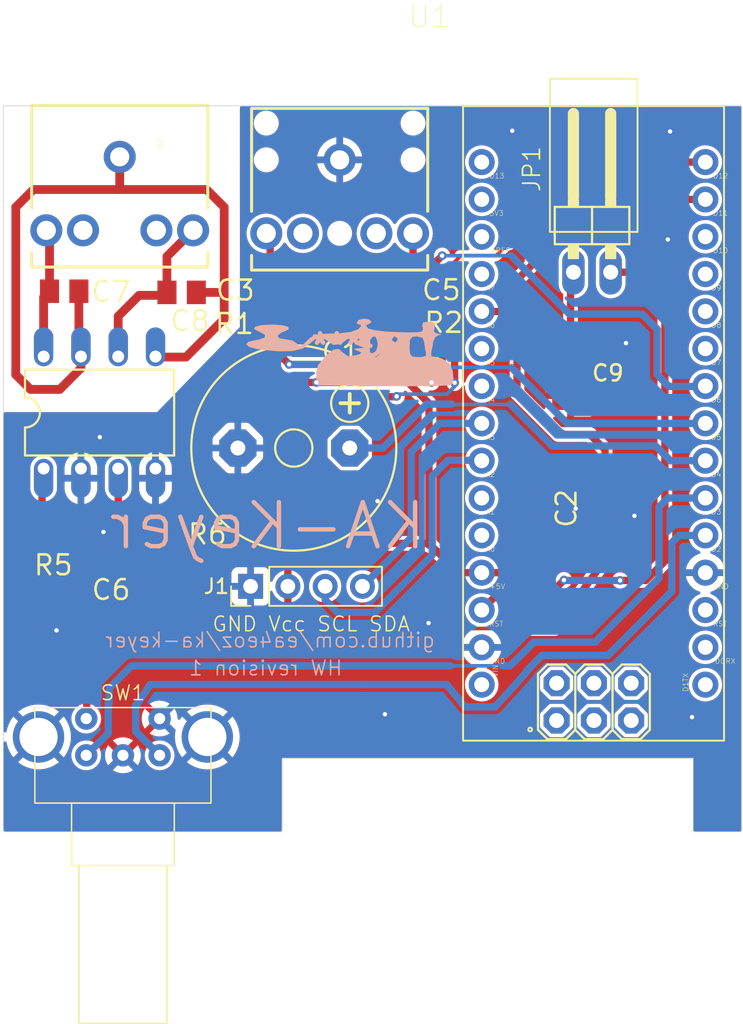
<source format=kicad_pcb>
(kicad_pcb (version 20240108) (generator "pcbnew") (generator_version "8.0")
  (layers (0 "F.Cu" signal) (31 "B.Cu" signal) (34 "B.Paste" user) (35 "F.Paste" user) (36 "B.SilkS" user "B.Silkscreen") (37 "F.SilkS" user "F.Silkscreen") (38 "B.Mask" user) (39 "F.Mask" user) (44 "Edge.Cuts" user))
  (net 0 "")
  (net 1 "Net-(J1-Pin_2)")
  (net 2 "Net-(U1-LEFT)")
  (net 3 "Net-(U1-RIGHT)")
  (net 4 "Net-(OK1A-EMIT)")
  (net 5 "Net-(OK1A-COL)")
  (net 6 "GND")
  (net 7 "Net-(OK1B-COL)")
  (net 8 "Net-(C9-Pad+)")
  (net 9 "Net-(J1-Pin_4)")
  (net 10 "Net-(J1-Pin_3)")
  (net 11 "Net-(JP1-Pad2)")
  (net 12 "Net-(OK1B-A)")
  (net 13 "Net-(OK1A-A)")
  (net 14 "Net-(PCB1-PadA1)")
  (net 20 "Net-(PCB1-PadD11)")
  (net 27 "Net-(SG1-1)")
  (net 35 "Net-(PCB1-PadD12)")
  (net 40 "Net-(PCB1-PadD3)")
  (net 41 "Net-(PCB1-PadD2)")
  (footprint "open_cw_keyer_mk2_v30:DIL08" (layer "F.Cu") (at 129.9091 101.1762)
    (property "Reference" "OK1" (hide yes))
    (property "Value" "TLP627" (hide yes))
    (pad "1" thru_hole oval (at -3.81 3.81 270) (size 2.6416 1.3208) (drill 0.8128 (offset 0.6604 0)) (layers "*.Cu" "*.Mask") (net 13 "Net-(OK1A-A)"))
    (pad "2" thru_hole oval (at -1.27 3.81 270) (size 2.6416 1.3208) (drill 0.8128 (offset 0.6604 0)) (layers "*.Cu" "*.Mask") (net 6 "GND"))
    (pad "3" thru_hole oval (at 1.27 3.81 270) (size 2.6416 1.3208) (drill 0.8128 (offset 0.6604 0)) (layers "*.Cu" "*.Mask") (net 12 "Net-(OK1B-A)"))
    (pad "4" thru_hole oval (at 3.81 3.81 270) (size 2.6416 1.3208) (drill 0.8128 (offset 0.6604 0)) (layers "*.Cu" "*.Mask") (net 6 "GND"))
    (pad "5" thru_hole oval (at 3.81 -3.81 90) (size 2.6416 1.3208) (drill 0.8128 (offset 0.6604 0)) (layers "*.Cu" "*.Mask") (net 4 "Net-(OK1A-EMIT)"))
    (pad "6" thru_hole oval (at 1.27 -3.81 90) (size 2.6416 1.3208) (drill 0.8128 (offset 0.6604 0)) (layers "*.Cu" "*.Mask") (net 7 "Net-(OK1B-COL)"))
    (pad "7" thru_hole oval (at -1.27 -3.81 90) (size 2.6416 1.3208) (drill 0.8128 (offset 0.6604 0)) (layers "*.Cu" "*.Mask") (net 4 "Net-(OK1A-EMIT)"))
    (pad "8" thru_hole oval (at -3.81 -3.81 90) (size 2.6416 1.3208) (drill 0.8128 (offset 0.6604 0)) (layers "*.Cu" "*.Mask") (net 5 "Net-(OK1A-COL)"))
  )
  (footprint "open_cw_keyer_mk2_v30:C0805K" (layer "F.Cu") (at 135.5 93 180)
    (property "Reference" "C8" (at 0.875 -2.75 0) (layer "F.SilkS") (effects (font (size 1.383792 1.383792) (thickness 0.140208)) (justify left bottom)))
    (property "Value" "C-EUC0805K" (hide yes))
    (pad "1" smd rect (at -1 0 180) (size 1.3 1.6) (layers "F.Cu" "F.Paste" "F.Mask") (net 4 "Net-(OK1A-EMIT)"))
    (pad "2" smd rect (at 1 0 180) (size 1.3 1.6) (layers "F.Cu" "F.Paste" "F.Mask") (net 7 "Net-(OK1B-COL)"))
  )
  (footprint "open_cw_keyer_mk2_v30:B_3528-21R" (layer "F.Cu") (at 162 98.5 90)
    (property "Reference" "C9" (at 0.65 3.725 0) (layer "F.SilkS") (effects (font (size 1.09474 1.09474) (thickness 0.17526)) (justify right top)))
    (property "Value" "CPOL-EUB/3528-21R" (hide yes))
    (pad "+" smd rect (at 1.525 0 90) (size 1.95 2.5) (layers "F.Cu" "F.Paste" "F.Mask") (net 8 "Net-(C9-Pad+)"))
    (pad "-" smd rect (at -1.525 0 90) (size 1.95 2.5) (layers "F.Cu" "F.Paste" "F.Mask") (net 6 "GND"))
  )
  (footprint "open_cw_keyer_mk2_v30:C0805" (layer "F.Cu") (at 159.8511 107.6536 90)
    (property "Reference" "C2" (at -1.475 2.65 90) (layer "F.SilkS") (effects (font (size 1.34874 1.34874) (thickness 0.17526)) (justify left bottom)))
    (property "Value" "C-EUC0805" (hide yes))
    (pad "1" smd rect (at -0.95 0 90) (size 1.3 1.5) (layers "F.Cu" "F.Paste" "F.Mask") (net 1 "Net-(J1-Pin_2)"))
    (pad "2" smd rect (at 0.95 0 90) (size 1.3 1.5) (layers "F.Cu" "F.Paste" "F.Mask") (net 6 "GND"))
  )
  (footprint "open_cw_keyer_mk2_v30:1X02_90" (layer "F.Cu") (at 163.4625 87.8158)
    (property "Reference" "JP1" (at -3.4375 -1.5658 90) (layer "F.SilkS") (effects (font (size 1.1557 1.1557) (thickness 0.1143)) (justify left bottom)))
    (property "Value" "PINHD-1X2/90" (hide yes))
    (pad "1" thru_hole oval (at -1.27 3.81 90) (size 3.048 1.524) (drill 1.016) (layers "*.Cu" "*.Mask") (net 8 "Net-(C9-Pad+)"))
    (pad "2" thru_hole oval (at 1.27 3.81 90) (size 3.048 1.524) (drill 1.016) (layers "*.Cu" "*.Mask") (net 11 "Net-(JP1-Pad2)"))
  )
  (footprint "open_cw_keyer_mk2_v30:C0805" (layer "F.Cu") (at 149.9751 92.7688 180)
    (property "Reference" "C5" (at -4.6499 0.7188 0) (layer "F.SilkS") (effects (font (size 1.34874 1.34874) (thickness 0.17526)) (justify right top)))
    (property "Value" "C-EUC0805" (hide yes))
    (pad "1" smd rect (at -0.95 0 180) (size 1.3 1.5) (layers "F.Cu" "F.Paste" "F.Mask") (net 3 "Net-(U1-RIGHT)"))
    (pad "2" smd rect (at 0.95 0 180) (size 1.3 1.5) (layers "F.Cu" "F.Paste" "F.Mask") (net 6 "GND"))
  )
  (footprint "open_cw_keyer_mk2_v30:M0805" (layer "F.Cu") (at 126.9373 109.2788)
    (property "Reference" "R5" (at -1.6123 3.0712 180) (layer "F.SilkS") (effects (font (size 1.34874 1.34874) (thickness 0.17526)) (justify left bottom)))
    (property "Value" "R-EU_M0805" (hide yes))
    (pad "1" smd rect (at -0.95 0) (size 1.3 1.6) (layers "F.Cu" "F.Paste" "F.Mask") (net 13 "Net-(OK1A-A)"))
    (pad "2" smd rect (at 0.95 0) (size 1.3 1.6) (layers "F.Cu" "F.Paste" "F.Mask") (net 20 "Net-(PCB1-PadD11)"))
  )
  (footprint "open_cw_keyer_mk2_v30:AUDIO-JACK" (layer "F.Cu") (at 146.2667 83.9804 -90)
    (property "Reference" "U1" (at -10.5991 -7.6283 0) (layer "F.SilkS") (effects (font (size 1.467917 1.467917) (thickness 0.056083)) (justify right top)))
    (property "Value" "AUDIO-JACKPTH" (hide yes))
    (pad "" np_thru_hole circle (at -2.5 -5 270) (size 1.2 1.2) (drill 1.2) (layers "*.Cu" "*.Mask"))
    (pad "" np_thru_hole circle (at -2.5 5 270) (size 1.2 1.2) (drill 1.2) (layers "*.Cu" "*.Mask"))
    (pad "" np_thru_hole circle (at 0 -5 270) (size 1.2 1.2) (drill 1.2) (layers "*.Cu" "*.Mask"))
    (pad "" np_thru_hole circle (at 0 5 270) (size 1.2 1.2) (drill 1.2) (layers "*.Cu" "*.Mask"))
    (pad "" np_thru_hole circle (at 5 0 270) (size 1.2 1.2) (drill 1.2) (layers "*.Cu" "*.Mask"))
    (pad "RING" thru_hole circle (at 5 -5 270) (size 2.1844 2.1844) (drill 1.3) (layers "*.Cu" "*.Mask") (net 3 "Net-(U1-RIGHT)"))
    (pad "RSH" thru_hole circle (at 5 -2.5 270) (size 2.1844 2.1844) (drill 1.3) (layers "*.Cu" "*.Mask"))
    (pad "SLEEVE" thru_hole circle (at 0 0 270) (size 2.1844 2.1844) (drill 1.3) (layers "*.Cu" "*.Mask") (net 6 "GND"))
    (pad "TIP" thru_hole circle (at 5 5 270) (size 2.1844 2.1844) (drill 1.3) (layers "*.Cu" "*.Mask") (net 2 "Net-(U1-LEFT)"))
    (pad "TSH" thru_hole circle (at 5 2.5 270) (size 2.1844 2.1844) (drill 1.3) (layers "*.Cu" "*.Mask"))
  )
  (footprint "open_cw_keyer_mk2_v30:AUDIO-JACK" (layer "F.Cu") (at 131.2807 83.7772 -90)
    (property "Reference" "U2" (at -1.27 -2.54 90) (layer "F.SilkS") (effects (font (size 0.376489 0.376489) (thickness 0.029911)) (justify right top)))
    (property "Value" "AUDIO-JACKPTH" (hide yes))
    (pad "" np_thru_hole circle (at -2.5 -5 270) (size 1.2 1.2) (drill 1.2) (layers "*.Cu" "*.Mask"))
    (pad "" np_thru_hole circle (at -2.5 5 270) (size 1.2 1.2) (drill 1.2) (layers "*.Cu" "*.Mask"))
    (pad "" np_thru_hole circle (at 0 -5 270) (size 1.2 1.2) (drill 1.2) (layers "*.Cu" "*.Mask"))
    (pad "" np_thru_hole circle (at 0 5 270) (size 1.2 1.2) (drill 1.2) (layers "*.Cu" "*.Mask"))
    (pad "" np_thru_hole circle (at 5 0 270) (size 1.2 1.2) (drill 1.2) (layers "*.Cu" "*.Mask"))
    (pad "RING" thru_hole circle (at 5 -5 270) (size 2.1844 2.1844) (drill 1.3) (layers "*.Cu" "*.Mask") (net 7 "Net-(OK1B-COL)"))
    (pad "RSH" thru_hole circle (at 5 -2.5 270) (size 2.1844 2.1844) (drill 1.3) (layers "*.Cu" "*.Mask"))
    (pad "SLEEVE" thru_hole circle (at 0 0 270) (size 2.1844 2.1844) (drill 1.3) (layers "*.Cu" "*.Mask") (net 4 "Net-(OK1A-EMIT)"))
    (pad "TIP" thru_hole circle (at 5 5 270) (size 2.1844 2.1844) (drill 1.3) (layers "*.Cu" "*.Mask") (net 5 "Net-(OK1A-COL)"))
    (pad "TSH" thru_hole circle (at 5 2.5 270) (size 2.1844 2.1844) (drill 1.3) (layers "*.Cu" "*.Mask"))
  )
  (footprint "open_cw_keyer_mk2_v30:C0805" (layer "F.Cu") (at 134.875 113.15 180)
    (property "Reference" "C6" (at 2.75 0.7 180) (layer "F.SilkS") (effects (font (size 1.34874 1.34874) (thickness 0.17526)) (justify right top)))
    (property "Value" "C-EUC0805" (hide yes))
    (pad "1" smd rect (at -0.95 0 180) (size 1.3 1.5) (layers "F.Cu" "F.Paste" "F.Mask") (net 1 "Net-(J1-Pin_2)"))
    (pad "2" smd rect (at 0.95 0 180) (size 1.3 1.5) (layers "F.Cu" "F.Paste" "F.Mask") (net 6 "GND"))
  )
  (footprint "open_cw_keyer_mk2_v30:F_CM12P" (layer "F.Cu") (at 143.1425 103.5892)
    (property "Reference" "SG1" (hide yes))
    (property "Value" "BUZZER")
    (pad "+" thru_hole roundrect (at 3.81 0) (size 2.54 2.54) (drill 1.016) (layers "*.Cu" "*.Mask") (chamfer_ratio 0.2928932188) (chamfer top_left top_right bottom_left bottom_right) (net 27 "Net-(SG1-1)"))
    (pad "-" thru_hole roundrect (at -3.81 0) (size 2.54 2.54) (drill 1.016) (layers "*.Cu" "*.Mask") (chamfer_ratio 0.2928932188) (chamfer top_left top_right bottom_left bottom_right) (net 6 "GND"))
  )
  (footprint "open_cw_keyer_mk2_v30:C0805K" (layer "F.Cu") (at 127.5 92.9212 180)
    (property "Reference" "C7" (at -4.625 0.7712 0) (layer "F.SilkS") (effects (font (size 1.383792 1.383792) (thickness 0.140208)) (justify right top)))
    (property "Value" "C-EUC0805K" (hide yes))
    (pad "1" smd rect (at -1 0 180) (size 1.3 1.6) (layers "F.Cu" "F.Paste" "F.Mask") (net 4 "Net-(OK1A-EMIT)"))
    (pad "2" smd rect (at 1 0 180) (size 1.3 1.6) (layers "F.Cu" "F.Paste" "F.Mask") (net 5 "Net-(OK1A-COL)"))
  )
  (footprint "open_cw_keyer_mk2_v30:M0805" (layer "F.Cu") (at 149.9497 95 180)
    (property "Reference" "R2" (at -1.9753 -0.85 180) (layer "F.SilkS") (effects (font (size 1.34874 1.34874) (thickness 0.17526)) (justify left bottom)))
    (property "Value" "R-EU_M0805" (hide yes))
    (pad "1" smd rect (at -0.95 0 180) (size 1.3 1.6) (layers "F.Cu" "F.Paste" "F.Mask") (net 3 "Net-(U1-RIGHT)"))
    (pad "2" smd rect (at 0.95 0 180) (size 1.3 1.6) (layers "F.Cu" "F.Paste" "F.Mask") (net 1 "Net-(J1-Pin_2)"))
  )
  (footprint "open_cw_keyer_mk2_v30:ARDUINO_NANO" (layer "F.Cu") (at 154.6741 80.3228 -90)
    (property "Reference" "PCB1" (hide yes))
    (property "Value" "ARDUINO_NANO" (hide yes))
    (fp_text user "A6" (at 15.113 -1.524 180) (layer "F.SilkS") (effects (font (size 0.35052 0.35052) (thickness 0.03048)) (justify left bottom)))
    (fp_text user "RST" (at 35.433 -1.778 180) (layer "F.SilkS") (effects (font (size 0.35052 0.35052) (thickness 0.03048)) (justify left bottom)))
    (fp_text user "D10" (at 10.033 -17.018 180) (layer "F.SilkS") (effects (font (size 0.35052 0.35052) (thickness 0.03048)) (justify left bottom)))
    (fp_text user "D5" (at 22.733 -16.891 180) (layer "F.SilkS") (effects (font (size 0.35052 0.35052) (thickness 0.03048)) (justify left bottom)))
    (fp_text user "+5V" (at 32.893 -1.778 180) (layer "F.SilkS") (effects (font (size 0.35052 0.35052) (thickness 0.03048)) (justify left bottom)))
    (fp_text user "3V3" (at 7.493 -1.778 180) (layer "F.SilkS") (effects (font (size 0.35052 0.35052) (thickness 0.03048)) (justify left bottom)))
    (fp_text user "A3" (at 22.733 -1.524 180) (layer "F.SilkS") (effects (font (size 0.35052 0.35052) (thickness 0.03048)) (justify left bottom)))
    (fp_text user "GND" (at 32.893 -17.018 180) (layer "F.SilkS") (effects (font (size 0.35052 0.35052) (thickness 0.03048)) (justify left bottom)))
    (fp_text user "A5" (at 17.653 -1.524 180) (layer "F.SilkS") (effects (font (size 0.35052 0.35052) (thickness 0.03048)) (justify left bottom)))
    (fp_text user "GND" (at 37.973 -1.778 180) (layer "F.SilkS") (effects (font (size 0.35052 0.35052) (thickness 0.03048)) (justify left bottom)))
    (fp_text user "D12" (at 4.953 -17.018 180) (layer "F.SilkS") (effects (font (size 0.35052 0.35052) (thickness 0.03048)) (justify left bottom)))
    (fp_text user "D6" (at 20.193 -16.891 180) (layer "F.SilkS") (effects (font (size 0.35052 0.35052) (thickness 0.03048)) (justify left bottom)))
    (fp_text user "VIN" (at 38.862 -2.413 -90) (layer "F.SilkS") (effects (font (size 0.35052 0.35052) (thickness 0.03048)) (justify left bottom)))
    (fp_text user "A2" (at 25.273 -1.524 180) (layer "F.SilkS") (effects (font (size 0.35052 0.35052) (thickness 0.03048)) (justify left bottom)))
    (fp_text user "A4" (at 20.193 -1.524 180) (layer "F.SilkS") (effects (font (size 0.35052 0.35052) (thickness 0.03048)) (justify left bottom)))
    (fp_text user "DORX" (at 37.973 -17.145 180) (layer "F.SilkS") (effects (font (size 0.35052 0.35052) (thickness 0.03048)) (justify left bottom)))
    (fp_text user "D1TX" (at 39.878 -15.367 90) (layer "F.SilkS") (effects (font (size 0.35052 0.35052) (thickness 0.03048)) (justify left bottom)))
    (fp_text user "D8" (at 15.113 -16.891 180) (layer "F.SilkS") (effects (font (size 0.35052 0.35052) (thickness 0.03048)) (justify left bottom)))
    (fp_text user "A1" (at 27.813 -1.524 180) (layer "F.SilkS") (effects (font (size 0.35052 0.35052) (thickness 0.03048)) (justify left bottom)))
    (fp_text user "RST" (at 35.433 -17.018 180) (layer "F.SilkS") (effects (font (size 0.35052 0.35052) (thickness 0.03048)) (justify left bottom)))
    (fp_text user "D4" (at 25.273 -16.891 180) (layer "F.SilkS") (effects (font (size 0.35052 0.35052) (thickness 0.03048)) (justify left bottom)))
    (fp_text user "D2" (at 30.353 -16.891 180) (layer "F.SilkS") (effects (font (size 0.35052 0.35052) (thickness 0.03048)) (justify left bottom)))
    (fp_text user "D7" (at 17.653 -16.891 180) (layer "F.SilkS") (effects (font (size 0.35052 0.35052) (thickness 0.03048)) (justify left bottom)))
    (fp_text user "AREF" (at 10.033 -1.905 180) (layer "F.SilkS") (effects (font (size 0.35052 0.35052) (thickness 0.03048)) (justify left bottom)))
    (fp_text user "D11" (at 7.493 -17.018 180) (layer "F.SilkS") (effects (font (size 0.35052 0.35052) (thickness 0.03048)) (justify left bottom)))
    (fp_text user "D3" (at 27.813 -16.891 180) (layer "F.SilkS") (effects (font (size 0.35052 0.35052) (thickness 0.03048)) (justify left bottom)))
    (fp_text user "D9" (at 12.573 -16.891 180) (layer "F.SilkS") (effects (font (size 0.35052 0.35052) (thickness 0.03048)) (justify left bottom)))
    (fp_text user "A7" (at 12.573 -1.524 180) (layer "F.SilkS") (effects (font (size 0.35052 0.35052) (thickness 0.03048)) (justify left bottom)))
    (fp_text user "D13" (at 4.953 -1.778 180) (layer "F.SilkS") (effects (font (size 0.35052 0.35052) (thickness 0.03048)) (justify left bottom)))
    (fp_text user "A0" (at 30.353 -1.524 180) (layer "F.SilkS") (effects (font (size 0.35052 0.35052) (thickness 0.03048)) (justify left bottom)))
    (pad "3V3" thru_hole circle (at 6.35 -1.27) (size 1.778 1.778) (drill 1.016) (layers "*.Cu" "*.Mask"))
    (pad "5V" thru_hole circle (at 31.75 -1.27) (size 1.778 1.778) (drill 1.016) (layers "*.Cu" "*.Mask") (net 1 "Net-(J1-Pin_2)"))
    (pad "5V." thru_hole roundrect (at 39.2684 -6.3754 180) (size 1.778 1.778) (drill 1.016) (layers "*.Cu" "*.Mask") (chamfer_ratio 0.2928932188) (chamfer top_left top_right bottom_left bottom_right))
    (pad "A0" thru_hole circle (at 11.43 -1.27) (size 1.778 1.778) (drill 1.016) (layers "*.Cu" "*.Mask"))
    (pad "A1" thru_hole circle (at 13.97 -1.27) (size 1.778 1.778) (drill 1.016) (layers "*.Cu" "*.Mask") (net 14 "Net-(PCB1-PadA1)"))
    (pad "A2" thru_hole circle (at 16.51 -1.27) (size 1.778 1.778) (drill 1.016) (layers "*.Cu" "*.Mask"))
    (pad "A3" thru_hole circle (at 19.05 -1.27) (size 1.778 1.778) (drill 1.016) (layers "*.Cu" "*.Mask"))
    (pad "A4" thru_hole circle (at 21.59 -1.27) (size 1.778 1.778) (drill 1.016) (layers "*.Cu" "*.Mask") (net 9 "Net-(J1-Pin_4)"))
    (pad "A5" thru_hole circle (at 24.13 -1.27) (size 1.778 1.778) (drill 1.016) (layers "*.Cu" "*.Mask") (net 10 "Net-(J1-Pin_3)"))
    (pad "A6" thru_hole circle (at 26.67 -1.27) (size 1.778 1.778) (drill 1.016) (layers "*.Cu" "*.Mask"))
    (pad "A7" thru_hole circle (at 29.21 -1.27) (size 1.778 1.778) (drill 1.016) (layers "*.Cu" "*.Mask"))
    (pad "D2" thru_hole circle (at 29.21 -16.51) (size 1.778 1.778) (drill 1.016) (layers "*.Cu" "*.Mask") (net 41 "Net-(PCB1-PadD2)"))
    (pad "D3" thru_hole circle (at 26.67 -16.51) (size 1.778 1.778) (drill 1.016) (layers "*.Cu" "*.Mask") (net 40 "Net-(PCB1-PadD3)"))
    (pad "D4" thru_hole circle (at 24.13 -16.51) (size 1.778 1.778) (drill 1.016) (layers "*.Cu" "*.Mask") (net 27 "Net-(SG1-1)"))
    (pad "D5" thru_hole circle (at 21.59 -16.51) (size 1.778 1.778) (drill 1.016) (layers "*.Cu" "*.Mask") (net 2 "Net-(U1-LEFT)"))
    (pad "D6" thru_hole circle (at 19.05 -16.51) (size 1.778 1.778) (drill 1.016) (layers "*.Cu" "*.Mask") (net 3 "Net-(U1-RIGHT)"))
    (pad "D7" thru_hole circle (at 16.51 -16.51) (size 1.778 1.778) (drill 1.016) (layers "*.Cu" "*.Mask"))
    (pad "D8" thru_hole circle (at 13.97 -16.51) (size 1.778 1.778) (drill 1.016) (layers "*.Cu" "*.Mask"))
    (pad "D9" thru_hole circle (at 11.43 -16.51) (size 1.778 1.778) (drill 1.016) (layers "*.Cu" "*.Mask"))
    (pad "D10" thru_hole circle (at 8.89 -16.51) (size 1.778 1.778) (drill 1.016) (layers "*.Cu" "*.Mask"))
    (pad "D11" thru_hole circle (at 6.35 -16.51) (size 1.778 1.778) (drill 1.016) (layers "*.Cu" "*.Mask") (net 20 "Net-(PCB1-PadD11)"))
    (pad "D12" thru_hole circle (at 3.81 -16.51) (size 1.778 1.778) (drill 1.016) (layers "*.Cu" "*.Mask") (net 35 "Net-(PCB1-PadD12)"))
    (pad "D13" thru_hole circle (at 3.81 -1.27) (size 1.778 1.778) (drill 1.016) (layers "*.Cu" "*.Mask"))
    (pad "GND" thru_hole circle (at 31.75 -16.51) (size 1.778 1.778) (drill 1.016) (layers "*.Cu" "*.Mask") (net 6 "GND"))
    (pad "GND." thru_hole circle (at 36.83 -1.27) (size 1.778 1.778) (drill 1.016) (layers "*.Cu" "*.Mask") (net 6 "GND"))
    (pad "GND_" thru_hole roundrect (at 39.2684 -11.4554 180) (size 1.778 1.778) (drill 1.016) (layers "*.Cu" "*.Mask") (chamfer_ratio 0.2928932188) (chamfer top_left top_right bottom_left bottom_right))
    (pad "MISO" thru_hole roundrect (at 41.8084 -6.3754 180) (size 1.778 1.778) (drill 1.016) (layers "*.Cu" "*.Mask") (chamfer_ratio 0.2928932188) (chamfer top_left top_right bottom_left bottom_right))
    (pad "MOSI" thru_hole roundrect (at 39.2684 -8.9154 180) (size 1.778 1.778) (drill 1.016) (layers "*.Cu" "*.Mask") (chamfer_ratio 0.2928932188) (chamfer top_left top_right bottom_left bottom_right))
    (pad "REF" thru_hole circle (at 8.89 -1.27) (size 1.778 1.778) (drill 1.016) (layers "*.Cu" "*.Mask"))
    (pad "RESET.." thru_hole roundrect (at 41.8084 -11.4554 180) (size 1.778 1.778) (drill 1.016) (layers "*.Cu" "*.Mask") (chamfer_ratio 0.2928932188) (chamfer top_left top_right bottom_left bottom_right))
    (pad "RST" thru_hole circle (at 34.29 -16.51) (size 1.778 1.778) (drill 1.016) (layers "*.Cu" "*.Mask"))
    (pad "RST." thru_hole circle (at 34.29 -1.27) (size 1.778 1.778) (drill 1.016) (layers "*.Cu" "*.Mask") (net 11 "Net-(JP1-Pad2)"))
    (pad "RX1" thru_hole circle (at 36.83 -16.51) (size 1.778 1.778) (drill 1.016) (layers "*.Cu" "*.Mask"))
    (pad "SCK" thru_hole roundrect (at 41.8084 -8.9154 180) (size 1.778 1.778) (drill 1.016) (layers "*.Cu" "*.Mask") (chamfer_ratio 0.2928932188) (chamfer top_left top_right bottom_left bottom_right))
    (pad "TX1" thru_hole circle (at 39.37 -16.51) (size 1.778 1.778) (drill 1.016) (layers "*.Cu" "*.Mask"))
    (pad "VIN" thru_hole circle (at 39.37 -1.27) (size 1.778 1.778) (drill 1.016) (layers "*.Cu" "*.Mask"))
  )
  (footprint "open_cw_keyer_mk2_v30:M0805" (layer "F.Cu") (at 133.5 109.355)
    (property "Reference" "R6" (at 2.325 0.895 180) (layer "F.SilkS") (effects (font (size 1.34874 1.34874) (thickness 0.17526)) (justify left bottom)))
    (property "Value" "R-EU_M0805" (hide yes))
    (pad "1" smd rect (at -0.95 0) (size 1.3 1.6) (layers "F.Cu" "F.Paste" "F.Mask") (net 12 "Net-(OK1B-A)"))
    (pad "2" smd rect (at 0.95 0) (size 1.3 1.6) (layers "F.Cu" "F.Paste" "F.Mask") (net 35 "Net-(PCB1-PadD12)"))
  )
  (footprint "Aliexpress:Aliexpress horizontal encoder" (layer "F.Cu") (at 129 124.5)
    (property "Reference" "SW1" (at 2.5 -4.25 0) (layer "F.SilkS") (effects (font (thickness 0.1))))
    (property "Value" "RotaryEncoder_Switch_MP" (hide yes))
    (pad "A" thru_hole circle (at 0 0) (size 1.524 1.524) (drill 0.762) (layers "*.Cu" "*.Mask") (net 40 "Net-(PCB1-PadD3)"))
    (pad "B" thru_hole circle (at 5 0) (size 1.524 1.524) (drill 0.762) (layers "*.Cu" "*.Mask") (net 41 "Net-(PCB1-PadD2)"))
    (pad "C" thru_hole circle (at 2.5 0) (size 1.524 1.524) (drill 0.762) (layers "*.Cu" "*.Mask") (net 6 "GND"))
    (pad "MP" thru_hole circle (at -3.25 -1.25) (size 3.5 3.5) (drill 2.6) (layers "*.Cu" "*.Mask") (net 6 "GND"))
    (pad "MP" thru_hole circle (at 8.25 -1.25) (size 3.5 3.5) (drill 2.6) (layers "*.Cu" "*.Mask") (net 6 "GND"))
    (pad "S1" thru_hole circle (at 0 -2.5) (size 1.524 1.524) (drill 0.762) (layers "*.Cu" "*.Mask") (net 14 "Net-(PCB1-PadA1)"))
    (pad "S2" thru_hole circle (at 5 -2.5) (size 1.524 1.524) (drill 0.762) (layers "*.Cu" "*.Mask") (net 6 "GND"))
  )
  (footprint "Connector_PinHeader_2.54mm:PinHeader_1x04_P2.54mm_Vertical" (layer "F.Cu") (at 140.2 113 90)
    (property "Reference" "J1" (at 0 -2.33 180) (layer "F.SilkS"))
    (property "Value" "128x64 OLED" (hide yes))
    (pad "1" thru_hole rect (at 0 0 90) (size 1.7 1.7) (drill 1) (layers "*.Cu" "*.Mask") (net 6 "GND"))
    (pad "2" thru_hole oval (at 0 2.54 90) (size 1.7 1.7) (drill 1) (layers "*.Cu" "*.Mask") (net 1 "Net-(J1-Pin_2)"))
    (pad "3" thru_hole oval (at 0 5.08 90) (size 1.7 1.7) (drill 1) (layers "*.Cu" "*.Mask") (net 10 "Net-(J1-Pin_3)"))
    (pad "4" thru_hole oval (at 0 7.62 90) (size 1.7 1.7) (drill 1) (layers "*.Cu" "*.Mask") (net 9 "Net-(J1-Pin_4)"))
  )
  (footprint "open_cw_keyer_mk2_v30:M0805" (layer "F.Cu") (at 142.45 95)
    (property "Reference" "R1" (at -1.925 -0.65 180) (layer "F.SilkS") (effects (font (size 1.34874 1.34874) (thickness 0.17526)) (justify right top)))
    (property "Value" "R-EU_M0805" (hide yes))
    (pad "1" smd rect (at -0.95 0) (size 1.3 1.6) (layers "F.Cu" "F.Paste" "F.Mask") (net 2 "Net-(U1-LEFT)"))
    (pad "2" smd rect (at 0.95 0) (size 1.3 1.6) (layers "F.Cu" "F.Paste" "F.Mask") (net 1 "Net-(J1-Pin_2)"))
  )
  (footprint "open_cw_keyer_mk2_v30:C0805" (layer "F.Cu") (at 142.4821 92.7942)
    (property "Reference" "C3" (at -4.7571 0.8558 180) (layer "F.SilkS") (effects (font (size 1.34874 1.34874) (thickness 0.17526)) (justify left bottom)))
    (property "Value" "C-EUC0805" (hide yes))
    (pad "1" smd rect (at -0.95 0) (size 1.3 1.5) (layers "F.Cu" "F.Paste" "F.Mask") (net 2 "Net-(U1-LEFT)"))
    (pad "2" smd rect (at 0.95 0) (size 1.3 1.5) (layers "F.Cu" "F.Paste" "F.Mask") (net 6 "GND"))
  )
  (footprint "open_cw_keyer_mk2_v30:C0805" (layer "F.Cu") (at 146.2 94 90)
    (property "Reference" "C1" (at -3.85 -1.275 180) (layer "F.SilkS") (effects (font (size 1.34874 1.34874) (thickness 0.17526)) (justify left bottom)))
    (property "Value" "C-EUC0805" (hide yes))
    (pad "1" smd rect (at -0.95 0 90) (size 1.3 1.5) (layers "F.Cu" "F.Paste" "F.Mask") (net 1 "Net-(J1-Pin_2)"))
    (pad "2" smd rect (at 0.95 0 90) (size 1.3 1.5) (layers "F.Cu" "F.Paste" "F.Mask") (net 6 "GND"))
  )
  (footprint "LOGO" (layer "B.Cu") (at 146.825 96.6 180)
    (property "Reference" "G***" (at 0 0 0) (layer "B.SilkS") (effects (font (size 1.5 1.5) (thickness 0.3)) (justify mirror)))
    (property "Value" "LOGO" (hide yes))
  )
  (gr_line (start 130.9432 116.252) (end 129.0382 118.157) (stroke (width 0.5)) (layer "F.Cu") (net 14))
  (gr_line (start 129.0382 118.157) (end 129.0382 121.967) (stroke (width 0.5)) (layer "F.Cu") (net 14))
  (gr_line (start 159.8511 108.6036) (end 159.8511 110.6036) (stroke (width 0.5)) (layer "F.Cu") (net 1))
  (gr_line (start 153.8032 115.871) (end 153.4222 116.252) (stroke (width 0.5)) (layer "F.Cu") (net 14))
  (gr_line (start 152.3511 101.7036) (end 152.3511 110.2036) (stroke (width 0.5)) (layer "F.Cu") (net 1))
  (gr_line (start 160.9152 115.871) (end 157.8672 115.871) (stroke (width 0.5)) (layer "F.Cu") (net 14))
  (gr_line (start 153.4222 116.252) (end 130.9432 116.252) (stroke (width 0.5)) (layer "F.Cu") (net 14))
  (gr_line (start 164.3511 111.2036) (end 160.9152 115.871) (stroke (width 0.5)) (layer "F.Cu") (net 14))
  (gr_line (start 158.7511 112.1036) (end 159.8511 110.6036) (stroke (width 0.5)) (layer "F.Cu") (net 1))
  (gr_line (start 157.3511 115.871) (end 157.8672 115.871) (stroke (width 0.25)) (layer "F.Cu") (net 14))
  (gr_line (start 157.3511 115.871) (end 153.8032 115.871) (stroke (width 0.25)) (layer "F.Cu") (net 14))
  (gr_line (start 157.8672 118.411) (end 157.8672 118.411) (stroke (width 0.25)) (layer "B.Cu") (net 40))
  (gr_line (start 158.2482 119.681) (end 156.8512 121.205) (stroke (width 0.5)) (layer "B.Cu") (net 41))
  (gr_line (start 158.1212 118.157) (end 157.8672 118.411) (stroke (width 0.5)) (layer "B.Cu") (net 40))
  (gr_line (start 159.1372 118.665) (end 158.2482 119.681) (stroke (width 0.5)) (layer "B.Cu") (net 41))
  (gr_line (start 133.3562 119.681) (end 132.3402 121.205) (stroke (width 0.5)) (layer "B.Cu") (net 41))
  (gr_line (start 147.8342 119.681) (end 133.3562 119.681) (stroke (width 0.5)) (layer "B.Cu") (net 41))
  (gr_line (start 157.3511 118.411) (end 153.8032 118.411) (stroke (width 0.25)) (layer "B.Cu") (net 40))
  (gr_line (start 153.5492 119.681) (end 147.8342 119.681) (stroke (width 0.5)) (layer "B.Cu") (net 41))
  (gr_line (start 154.8192 121.205) (end 153.5492 119.681) (stroke (width 0.5)) (layer "B.Cu") (net 41))
  (gr_line (start 153.8032 118.411) (end 153.8032 118.411) (stroke (width 0.5)) (layer "B.Cu") (net 40))
  (gr_line (start 153.8032 118.411) (end 132.0862 118.411) (stroke (width 0.5)) (layer "B.Cu") (net 40))
  (gr_line (start 157.8672 118.411) (end 157.3511 118.411) (stroke (width 0.5)) (layer "B.Cu") (net 40))
  (gr_line (start 156.8512 121.205) (end 154.8192 121.205) (stroke (width 0.5)) (layer "B.Cu") (net 41))
  (gr_line (start 130.5622 119.935) (end 130.5622 120.951) (stroke (width 0.5)) (layer "B.Cu") (net 40))
  (gr_line (start 132.0862 118.411) (end 130.5622 119.935) (stroke (width 0.5)) (layer "B.Cu") (net 40))
  (gr_line (start 170.3511 124.7036) (end 170.3511 129.7036) (stroke (width 0.05)) (layer "Edge.Cuts"))
  (gr_line (start 170.3511 129.7036) (end 173.6511 129.7036) (stroke (width 0.05)) (layer "Edge.Cuts"))
  (gr_line (start 123.3511 80.3036) (end 123.3511 129.7036) (stroke (width 0.05)) (layer "Edge.Cuts"))
  (gr_line (start 142.3511 129.7036) (end 142.3511 124.7036) (stroke (width 0.05)) (layer "Edge.Cuts"))
  (gr_line (start 123.3511 129.7036) (end 142.3511 129.7036) (stroke (width 0.05)) (layer "Edge.Cuts"))
  (gr_line (start 173.6511 80.3036) (end 123.3511 80.3036) (stroke (width 0.05)) (layer "Edge.Cuts"))
  (gr_line (start 173.6511 129.7036) (end 173.6511 80.3036) (stroke (width 0.05)) (layer "Edge.Cuts"))
  (gr_line (start 142.3511 124.7036) (end 170.3511 124.7036) (stroke (width 0.05)) (layer "Edge.Cuts"))
  (gr_text "KA-Keyer\n" (at 152.325 110.65 0) (layer "B.SilkS") (effects (font (size 3 3) (thickness 0.3)) (justify left bottom mirror)))
  (gr_text "github.com/ea4eoz/ka-keyer" (at 152.825 117.25 0) (layer "B.SilkS") (effects (font (size 1 1) (thickness 0.1)) (justify left bottom mirror)))
  (gr_text "HW revision 1" (at 146.525 119.15 0) (layer "B.SilkS") (effects (font (size 1 1) (thickness 0.1)) (justify left bottom mirror)))
  (gr_text "GND Vcc SCL SDA" (at 137.525 116.15 0) (layer "F.SilkS") (effects (font (size 1 1) (thickness 0.1)) (justify left bottom)))
  (segment (start 143.825 110.075) (end 142.74 111.16) (width 0.5) (layer "F.Cu") (net 1))
  (segment (start 155.9441 112.0728) (end 158.72955 112.0728) (width 0.5) (layer "F.Cu") (net 1))
  (segment (start 146.2 94.95) (end 143.45 94.95) (width 0.5) (layer "F.Cu") (net 1))
  (segment (start 152.3511 100.5511) (end 152.3511 101.7036) (width 0.5) (layer "F.Cu") (net 1))
  (segment (start 142.74 111.16) (end 142.74 113) (width 0.5) (layer "F.Cu") (net 1))
  (segment (start 137.525 115.25) (end 137.425 115.35) (width 0.5) (layer "F.Cu") (net 1))
  (segment (start 149 97.2) (end 152.3511 100.5511) (width 0.5) (layer "F.Cu") (net 1))
  (segment (start 142.74 113) (end 142.74 114.635) (width 0.5) (layer "F.Cu") (net 1))
  (segment (start 154.3489 112.0728) (end 152.3511 110.075) (width 0.5) (layer "F.Cu") (net 1))
  (segment (start 155.9441 112.0728) (end 154.3489 112.0728) (width 0.5) (layer "F.Cu") (net 1))
  (segment (start 142.74 114.635) (end 142.125 115.25) (width 0.5) (layer "F.Cu") (net 1))
  (segment (start 148.9997 95) (end 146.25 95) (width 0.5) (layer "F.Cu") (net 1))
  (segment (start 135.825 113.75) (end 135.825 113.15) (width 0.5) (layer "F.Cu") (net 1))
  (segment (start 152.3511 110.075) (end 143.825 110.075) (width 0.5) (layer "F.Cu") (net 1))
  (segment (start 142.125 115.25) (end 137.525 115.25) (width 0.5) (layer "F.Cu") (net 1))
  (segment (start 149 95.0003) (end 149 97.2) (width 0.5) (layer "F.Cu") (net 1))
  (segment (start 137.425 115.35) (end 135.825 113.75) (width 0.5) (layer "F.Cu") (net 1))
  (segment (start 141.5321 92.7942) (end 141.5321 89.2458) (width 0.5) (layer "F.Cu") (net 2))
  (segment (start 141.5 96.575) (end 142.825 97.9) (width 0.5) (layer "F.Cu") (net 2))
  (segment (start 141.5 95) (end 141.5 92.8263) (width 0.5) (layer "F.Cu") (net 2))
  (segment (start 141.5 95) (end 141.5 96.575) (width 0.5) (layer "F.Cu") (net 2))
  (via (at 142.825 97.9) (size 0.6) (drill 0.3) (layers "F.Cu" "B.Cu") (net 2))
  (segment (start 142.825 97.9) (end 153.15 97.9) (width 0.5) (layer "B.Cu") (net 2))
  (segment (start 153.15 97.9) (end 153.4 98.15) (width 0.5) (layer "B.Cu") (net 2))
  (segment (start 153.45 98.1) (end 158 98.1) (width 0.25) (layer "B.Cu") (net 2))
  (segment (start 161.7628 101.9128) (end 171.1841 101.9128) (width 0.5) (layer "B.Cu") (net 2))
  (segment (start 157.975 98.125) (end 161.7628 101.9128) (width 0.5) (layer "B.Cu") (net 2))
  (segment (start 151.2667 91.125) (end 152.625 91.125) (width 0.5) (layer "F.Cu") (net 3))
  (segment (start 151.2667 91.125) (end 151.2667 88.9804) (width 0.5) (layer "F.Cu") (net 3))
  (segment (start 152.625 91.125) (end 153.25 90.5) (width 0.5) (layer "F.Cu") (net 3))
  (segment (start 150.8997 95) (end 150.8997 92.7942) (width 0.5) (layer "F.Cu") (net 3))
  (segment (start 151.2667 92.4272) (end 151.2667 91.125) (width 0.5) (layer "F.Cu") (net 3))
  (via (at 153.25 90.5) (size 0.6) (drill 0.3) (layers "F.Cu" "B.Cu") (net 3))
  (segment (start 167.9 95.5) (end 167.9 98.6) (width 0.5) (layer "B.Cu") (net 3))
  (segment (start 168.7 99.4) (end 171.1569 99.4) (width 0.5) (layer "B.Cu") (net 3))
  (segment (start 157.95 90.5) (end 161.925 94.475) (width 0.5) (layer "B.Cu") (net 3))
  (segment (start 166.875 94.475) (end 167.9 95.5) (width 0.5) (layer "B.Cu") (net 3))
  (segment (start 161.925 94.475) (end 166.875 94.475) (width 0.5) (layer "B.Cu") (net 3))
  (segment (start 167.9 98.6) (end 168.7 99.4) (width 0.5) (layer "B.Cu") (net 3))
  (segment (start 153.25 90.5) (end 157.95 90.5) (width 0.25) (layer "B.Cu") (net 3))
  (segment (start 131.2807 85.9193) (end 131.2 86) (width 0.6) (layer "F.Cu") (net 4))
  (segment (start 138.4 93) (end 138.4 94.8) (width 0.6) (layer "F.Cu") (net 4))
  (segment (start 125.4 86) (end 131.2 86) (width 0.6) (layer "F.Cu") (net 4))
  (segment (start 136.5 93) (end 138.4 93) (width 0.6) (layer "F.Cu") (net 4))
  (segment (start 124.2 98.6) (end 124.2 87.2) (width 0.6) (layer "F.Cu") (net 4))
  (segment (start 127.2 99.6) (end 125.2 99.6) (width 0.6) (layer "F.Cu") (net 4))
  (segment (start 131.2 86) (end 137.2 86) (width 0.6) (layer "F.Cu") (net 4))
  (segment (start 138.4 94.8) (end 135.8 97.4) (width 0.6) (layer "F.Cu") (net 4))
  (segment (start 131.2807 83.7772) (end 131.2807 85.9193) (width 0.6) (layer "F.Cu") (net 4))
  (segment (start 135.8 97.4) (end 133.7529 97.4) (width 0.6) (layer "F.Cu") (net 4))
  (segment (start 128.6391 98.1609) (end 127.2 99.6) (width 0.6) (layer "F.Cu") (net 4))
  (segment (start 125.2 99.6) (end 124.2 98.6) (width 0.6) (layer "F.Cu") (net 4))
  (segment (start 128.5 92.9212) (end 128.5 97.2271) (width 0.6) (layer "F.Cu") (net 4))
  (segment (start 138.4 87.2) (end 138.4 93) (width 0.6) (layer "F.Cu") (net 4))
  (segment (start 124.2 87.2) (end 125.4 86) (width 0.6) (layer "F.Cu") (net 4))
  (segment (start 137.2 86) (end 138.4 87.2) (width 0.6) (layer "F.Cu") (net 4))
  (segment (start 128.6391 97.3662) (end 128.6391 98.1609) (width 0.6) (layer "F.Cu") (net 4))
  (segment (start 126.5 92.9212) (end 126.5 88.9965) (width 0.6) (layer "F.Cu") (net 5))
  (segment (start 126.0991 97.3662) (end 126.0991 93.3221) (width 0.6) (layer "F.Cu") (net 5))
  (segment (start 126.0991 93.3221) (end 126.5 92.9212) (width 0.6) (layer "F.Cu") (net 5))
  (via (at 158.025 82) (size 0.6) (drill 0.3) (layers "F.Cu" "B.Cu") (net 6))
  (via (at 168.625 89.4) (size 0.6) (drill 0.3) (layers "F.Cu" "B.Cu") (net 6))
  (via (at 130.175 109.3) (size 0.6) (drill 0.3) (layers "F.Cu" "B.Cu") (net 6))
  (via (at 129.925 102.85) (size 0.6) (drill 0.3) (layers "F.Cu" "B.Cu") (net 6))
  (via (at 126.975 116) (size 0.6) (drill 0.3) (layers "F.Cu" "B.Cu") (net 6))
  (via (at 165.775 96.45) (size 0.6) (drill 0.3) (layers "F.Cu" "B.Cu") (net 6))
  (via (at 168.775 82.05) (size 0.6) (drill 0.3) (layers "F.Cu" "B.Cu") (net 6))
  (via (at 148.8511 107.2036) (size 0.6) (drill 0.3) (layers "F.Cu" "B.Cu") (net 6))
  (via (at 149.3511 121.7036) (size 0.6) (drill 0.3) (layers "F.Cu" "B.Cu") (net 6))
  (via (at 152.325 115.5) (size 0.6) (drill 0.3) (layers "F.Cu" "B.Cu") (net 6))
  (via (at 166.3511 108.2036) (size 0.6) (drill 0.3) (layers "F.Cu" "B.Cu") (net 6))
  (via (at 162.3511 107.7036) (size 0.6) (drill 0.3) (layers "F.Cu" "B.Cu") (net 6))
  (via (at 170.275 121.9) (size 0.6) (drill 0.3) (layers "F.Cu" "B.Cu") (net 6))
  (segment (start 131.1791 94.6209) (end 132.6 93.2) (width 0.6) (layer "F.Cu") (net 7))
  (segment (start 131.1791 97.3662) (end 131.1791 94.6209) (width 0.6) (layer "F.Cu") (net 7))
  (segment (start 132.6 93.2) (end 134.3 93.2) (width 0.6) (layer "F.Cu") (net 7))
  (segment (start 134.5 90.5579) (end 136.2807 88.7772) (width 0.6) (layer "F.Cu") (net 7))
  (segment (start 134.5 93) (end 134.5 90.5579) (width 0.6) (layer "F.Cu") (net 7))
  (segment (start 162 96.975) (end 162 91.8183) (width 0.5) (layer "F.Cu") (net 8))
  (segment (start 151.15 103.85) (end 153.0872 101.9128) (width 0.5) (layer "B.Cu") (net 9))
  (segment (start 147.82 113) (end 151.15 109.67) (width 0.5) (layer "B.Cu") (net 9))
  (segment (start 153.0872 101.9128) (end 155.9441 101.9128) (width 0.5) (layer "B.Cu") (net 9))
  (segment (start 151.15 109.67) (end 151.15 103.85) (width 0.5) (layer "B.Cu") (net 9))
  (segment (start 145.28 113) (end 145.28 113.93) (width 0.5) (layer "B.Cu") (net 10))
  (segment (start 146.125 114.775) (end 148.675 114.775) (width 0.5) (layer "B.Cu") (net 10))
  (segment (start 152.575 105.5) (end 153.65 104.425) (width 0.5) (layer "B.Cu") (net 10))
  (segment (start 148.675 114.775) (end 152.575 110.875) (width 0.5) (layer "B.Cu") (net 10))
  (segment (start 153.65 104.425) (end 155.9163 104.425) (width 0.5) (layer "B.Cu") (net 10))
  (segment (start 145.28 113.93) (end 146.125 114.775) (width 0.5) (layer "B.Cu") (net 10))
  (segment (start 152.575 110.875) (end 152.575 105.5) (width 0.5) (layer "B.Cu") (net 10))
  (segment (start 161.55 112.575) (end 160.375 113.75) (width 0.5) (layer "F.Cu") (net 11))
  (segment (start 160.375 113.75) (end 156.8069 113.75) (width 0.5) (layer "F.Cu") (net 11))
  (segment (start 168.425 111.05) (end 168.425 111.3) (width 0.5) (layer "F.Cu") (net 11))
  (segment (start 156.8069 113.75) (end 155.9441 114.6128) (width 0.5) (layer "F.Cu") (net 11))
  (segment (start 166.0258 91.6258) (end 168.425 94.025) (width 0.5) (layer "F.Cu") (net 11))
  (segment (start 167.125 112.6) (end 165.375 112.6) (width 0.5) (layer "F.Cu") (net 11))
  (segment (start 168.425 94.025) (end 168.425 111.05) (width 0.5) (layer "F.Cu") (net 11))
  (segment (start 164.7325 91.6258) (end 166.0258 91.6258) (width 0.5) (layer "F.Cu") (net 11))
  (segment (start 168.425 111.3) (end 167.125 112.6) (width 0.5) (layer "F.Cu") (net 11))
  (via (at 165.375 112.6) (size 0.6) (drill 0.3) (layers "F.Cu" "B.Cu") (net 11))
  (via (at 161.55 112.575) (size 0.6) (drill 0.3) (layers "F.Cu" "B.Cu") (net 11))
  (segment (start 165.375 112.6) (end 161.575 112.6) (width 0.5) (layer "B.Cu") (net 11))
  (segment (start 161.575 112.6) (end 161.55 112.575) (width 0.5) (layer "B.Cu") (net 11))
  (segment (start 131.1791 104.9862) (end 131.1791 107.9841) (width 0.5) (layer "F.Cu") (net 12))
  (segment (start 131.1791 107.9841) (end 132.55 109.355) (width 0.5) (layer "F.Cu") (net 12))
  (segment (start 125.9873 109.2788) (end 125.9873 105.098) (width 0.5) (layer "F.Cu") (net 13))
  (segment (start 163.3225 102.675) (end 161.175 102.675) (width 0.5) (layer "F.Cu") (net 14))
  (segment (start 157.4 94.3) (end 155.9513 94.3) (width 0.5) (layer "F.Cu") (net 14))
  (segment (start 164.3511 103.7036) (end 163.3225 102.675) (width 0.5) (layer "F.Cu") (net 14))
  (segment (start 158.35 99.85) (end 158.35 95.25) (width 0.5) (layer "F.Cu") (net 14))
  (segment (start 161.175 102.675) (end 158.35 99.85) (width 0.5) (layer "F.Cu") (net 14))
  (segment (start 164.3511 111.2036) (end 164.3511 103.7036) (width 0.5) (layer "F.Cu") (net 14))
  (segment (start 158.35 95.25) (end 157.4 94.3) (width 0.5) (layer "F.Cu") (net 14))
  (segment (start 138.975 100.1) (end 150.125 100.1) (width 0.5) (layer "F.Cu") (net 20))
  (segment (start 136.975 102.1) (end 138.975 100.1) (width 0.5) (layer "F.Cu") (net 20))
  (segment (start 127.8873 110.3623) (end 128.75 111.225) (width 0.5) (layer "F.Cu") (net 20))
  (segment (start 154.1 93.6) (end 154.7 93) (width 0.5) (layer "F.Cu") (net 20))
  (segment (start 159.375 91.125) (end 159.375 87.225) (width 0.5) (layer "F.Cu") (net 20))
  (segment (start 128.75 111.225) (end 135.5 111.225) (width 0.5) (layer "F.Cu") (net 20))
  (segment (start 135.5 111.225) (end 136.8 109.925) (width 0.5) (layer "F.Cu") (net 20))
  (segment (start 159.925 86.675) (end 171.1819 86.675) (width 0.5) (layer "F.Cu") (net 20))
  (segment (start 127.8873 109.2788) (end 127.8873 110.3623) (width 0.5) (layer "F.Cu") (net 20))
  (segment (start 157.5 93) (end 159.375 91.125) (width 0.5) (layer "F.Cu") (net 20))
  (segment (start 154.675 93.025) (end 157.475 93.025) (width 0.25) (layer "F.Cu") (net 20))
  (segment (start 136.975 102.175) (end 136.975 102.1) (width 0.5) (layer "F.Cu") (net 20))
  (segment (start 159.375 87.225) (end 159.925 86.675) (width 0.5) (layer "F.Cu") (net 20))
  (segment (start 136.8 109.925) (end 136.975 109.75) (width 0.5) (layer "F.Cu") (net 20))
  (segment (start 136.975 109.75) (end 136.975 102.175) (width 0.5) (layer "F.Cu") (net 20))
  (segment (start 150.125 100.1) (end 150.15 100.075) (width 0.5) (layer "F.Cu") (net 20))
  (segment (start 154.1 99.15) (end 154.1 93.6) (width 0.5) (layer "F.Cu") (net 20))
  (via (at 150.15 100.075) (size 0.6) (drill 0.3) (layers "F.Cu" "B.Cu") (net 20))
  (via (at 154.1 99.15) (size 0.6) (drill 0.3) (layers "F.Cu" "B.Cu") (net 20))
  (segment (start 150.3 99.925) (end 153.575 99.925) (width 0.25) (layer "B.Cu") (net 20))
  (segment (start 154.1 99.4) (end 154.1 99.15) (width 0.25) (layer "B.Cu") (net 20))
  (segment (start 153.575 99.925) (end 154.1 99.4) (width 0.25) (layer "B.Cu") (net 20))
  (segment (start 150.15 100.075) (end 150.3 99.925) (width 0.25) (layer "B.Cu") (net 20))
  (segment (start 157.9 100.6) (end 160.75 103.45) (width 0.5) (layer "B.Cu") (net 27))
  (segment (start 149.2108 103.5892) (end 152.2 100.6) (width 0.5) (layer "B.Cu") (net 27))
  (segment (start 146.9525 103.5892) (end 149.2108 103.5892) (width 0.5) (layer "B.Cu") (net 27))
  (segment (start 152.2 100.6) (end 153.9 100.6) (width 0.5) (layer "B.Cu") (net 27))
  (segment (start 153.925 100.625) (end 157.925 100.625) (width 0.25) (layer "B.Cu") (net 27))
  (segment (start 167.8 103.45) (end 168.8028 104.4528) (width 0.5) (layer "B.Cu") (net 27))
  (segment (start 168.8028 104.4528) (end 171.1841 104.4528) (width 0.5) (layer "B.Cu") (net 27))
  (segment (start 160.75 103.45) (end 167.8 103.45) (width 0.5) (layer "B.Cu") (net 27))
  (segment (start 138.35 99.125) (end 135.775 101.7) (width 0.5) (layer "F.Cu") (net 35))
  (segment (start 135.775 101.7) (end 135.775 108.03) (width 0.5) (layer "F.Cu") (net 35))
  (segment (start 157.8 89.625) (end 156.925 90.5) (width 0.25) (layer "F.Cu") (net 35))
  (segment (start 154.475 90.5) (end 156.925 90.5) (width 0.25) (layer "F.Cu") (net 35))
  (segment (start 154.475 90.5) (end 154.475 90.55) (width 0.25) (layer "F.Cu") (net 35))
  (segment (start 154.475 90.55) (end 153.25 91.775) (width 0.25) (layer "F.Cu") (net 35))
  (segment (start 159.1 84.2) (end 157.8 85.5) (width 0.5) (layer "F.Cu") (net 35))
  (segment (start 157.8 85.5) (end 157.8 89.625) (width 0.5) (layer "F.Cu") (net 35))
  (segment (start 144.675 99.125) (end 138.35 99.125) (width 0.5) (layer "F.Cu") (net 35))
  (segment (start 153.25 91.775) (end 153.25 98.4) (width 0.5) (layer "F.Cu") (net 35))
  (segment (start 135.775 108.03) (end 134.45 109.355) (width 0.5) (layer "F.Cu") (net 35))
  (segment (start 159.1672 84.1328) (end 159.1 84.2) (width 0.5) (layer "F.Cu") (net 35))
  (segment (start 153.25 98.4) (end 152.525 99.125) (width 0.5) (layer "F.Cu") (net 35))
  (segment (start 171.1841 84.1328) (end 159.1672 84.1328) (width 0.5) (layer "F.Cu") (net 35))
  (via (at 144.675 99.125) (size 0.6) (drill 0.3) (layers "F.Cu" "B.Cu") (net 35))
  (via (at 152.525 99.125) (size 0.6) (drill 0.3) (layers "F.Cu" "B.Cu") (net 35))
  (segment (start 152.525 99.125) (end 144.675 99.125) (width 0.5) (layer "B.Cu") (net 35))
  (segment (start 159.5 116.8) (end 163.6692 116.8) (width 0.5) (layer "B.Cu") (net 40))
  (segment (start 163.6692 116.8) (end 168.025 112.4442) (width 0.5) (layer "B.Cu") (net 40))
  (segment (start 168.025 112.4442) (end 168.025 107.6) (width 0.5) (layer "B.Cu") (net 40))
  (segment (start 129 124.5) (end 130.5 123) (width 0.5) (layer "B.Cu") (net 40))
  (segment (start 158.125 118.175) (end 159.5 116.8) (width 0.5) (layer "B.Cu") (net 40))
  (segment (start 168.025 107.6) (end 168.65 106.975) (width 0.5) (layer "B.Cu") (net 40))
  (segment (start 168.6678 106.9928) (end 171.1841 106.9928) (width 0.5) (layer "B.Cu") (net 40))
  (segment (start 130.5 123) (end 130.5 120.9) (width 0.5) (layer "B.Cu") (net 40))
  (segment (start 168.65 106.975) (end 168.6678 106.9928) (width 0.5) (layer "B.Cu") (net 40))
  (segment (start 169.4 109.525) (end 169.4078 109.5328) (width 0.5) (layer "B.Cu") (net 41))
  (segment (start 160.05 117.7) (end 164.5472 117.7) (width 0.5) (layer "B.Cu") (net 41))
  (segment (start 159.05 118.7) (end 160.05 117.7) (width 0.5) (layer "B.Cu") (net 41))
  (segment (start 168.9 113.3472) (end 168.9 110.025) (width 0.5) (layer "B.Cu") (net 41))
  (segment (start 164.5472 117.7) (end 168.9 113.3472) (width 0.5) (layer "B.Cu") (net 41))
  (segment (start 132.375 122.875) (end 132.375 121.075) (width 0.5) (layer "B.Cu") (net 41))
  (segment (start 168.9 110.025) (end 169.4 109.525) (width 0.5) (layer "B.Cu") (net 41))
  (segment (start 134 124.5) (end 132.375 122.875) (width 0.5) (layer "B.Cu") (net 41))
  (segment (start 169.4078 109.5328) (end 171.1841 109.5328) (width 0.5) (layer "B.Cu") (net 41))
  (zone (net 6) (net_name "GND") (layer "F.Cu") (priority 6) (connect_pads (clearance 0.000001)) (min_thickness 0.2032) (fill yes (thermal_gap 0.4564) (thermal_bridge_width 0.4564))
    (polygon (pts (xy 173.7495 130.31) (xy 123.1273 130.31) (xy 123.1273 115.68) (xy 123.22615 108.415) (xy 123.125 101.15) (xy 133.825 101.15) (xy 139.475 95.35) (xy 139.475 80.2) (xy 173.7495 80.0942)))
  )
  (zone (net 6) (net_name "GND") (layer "B.Cu") (priority 6) (connect_pads (clearance 0.000001)) (min_thickness 0.2032) (fill yes (thermal_gap 0.4564) (thermal_bridge_width 0.4564))
    (polygon (pts (xy 173.7495 130.31) (xy 123.1273 130.31) (xy 123.125 101.15) (xy 133.825 101.15) (xy 139.475 95.35) (xy 139.475 80.2) (xy 134.225 80.1958) (xy 173.7495 80.1958)))
  )
)
</source>
